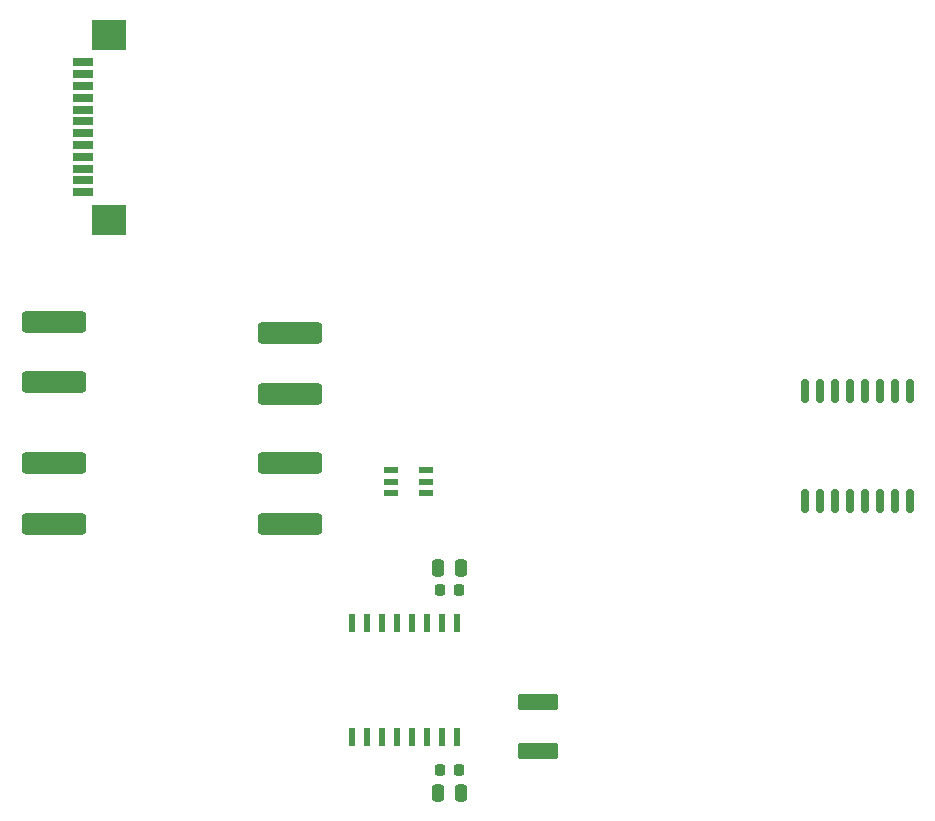
<source format=gbr>
%TF.GenerationSoftware,KiCad,Pcbnew,9.0.1*%
%TF.CreationDate,2025-05-24T14:12:46+03:00*%
%TF.ProjectId,PM-CPU_LLU,504d2d43-5055-45f4-9c4c-552e6b696361,rev?*%
%TF.SameCoordinates,Original*%
%TF.FileFunction,Paste,Top*%
%TF.FilePolarity,Positive*%
%FSLAX46Y46*%
G04 Gerber Fmt 4.6, Leading zero omitted, Abs format (unit mm)*
G04 Created by KiCad (PCBNEW 9.0.1) date 2025-05-24 14:12:46*
%MOMM*%
%LPD*%
G01*
G04 APERTURE LIST*
G04 Aperture macros list*
%AMRoundRect*
0 Rectangle with rounded corners*
0 $1 Rounding radius*
0 $2 $3 $4 $5 $6 $7 $8 $9 X,Y pos of 4 corners*
0 Add a 4 corners polygon primitive as box body*
4,1,4,$2,$3,$4,$5,$6,$7,$8,$9,$2,$3,0*
0 Add four circle primitives for the rounded corners*
1,1,$1+$1,$2,$3*
1,1,$1+$1,$4,$5*
1,1,$1+$1,$6,$7*
1,1,$1+$1,$8,$9*
0 Add four rect primitives between the rounded corners*
20,1,$1+$1,$2,$3,$4,$5,0*
20,1,$1+$1,$4,$5,$6,$7,0*
20,1,$1+$1,$6,$7,$8,$9,0*
20,1,$1+$1,$8,$9,$2,$3,0*%
G04 Aperture macros list end*
%ADD10R,1.181100X0.558800*%
%ADD11RoundRect,0.250000X2.450000X-0.650000X2.450000X0.650000X-2.450000X0.650000X-2.450000X-0.650000X0*%
%ADD12RoundRect,0.249999X1.450001X-0.450001X1.450001X0.450001X-1.450001X0.450001X-1.450001X-0.450001X0*%
%ADD13R,0.482600X1.549400*%
%ADD14R,1.803400X0.635000*%
%ADD15R,2.997200X2.590800*%
%ADD16RoundRect,0.250000X0.250000X0.475000X-0.250000X0.475000X-0.250000X-0.475000X0.250000X-0.475000X0*%
%ADD17RoundRect,0.225000X0.225000X0.250000X-0.225000X0.250000X-0.225000X-0.250000X0.225000X-0.250000X0*%
%ADD18RoundRect,0.150000X0.150000X-0.875000X0.150000X0.875000X-0.150000X0.875000X-0.150000X-0.875000X0*%
G04 APERTURE END LIST*
D10*
%TO.C,U7*%
X-4533150Y-20950001D03*
X-4533150Y-20000000D03*
X-4533150Y-19049999D03*
X-7466850Y-19049999D03*
X-7466850Y-20000000D03*
X-7466850Y-20950001D03*
%TD*%
D11*
%TO.C,C3*%
X-36000000Y-11550000D03*
X-36000000Y-6450000D03*
%TD*%
%TO.C,C6*%
X-36000000Y-23550000D03*
X-36000000Y-18450000D03*
%TD*%
D12*
%TO.C,C1*%
X5000000Y-42800000D03*
X5000000Y-38700000D03*
%TD*%
D13*
%TO.C,U4*%
X-1905000Y-32004000D03*
X-3175000Y-32004000D03*
X-4445000Y-32004000D03*
X-5715000Y-32004000D03*
X-6985000Y-32004000D03*
X-8255000Y-32004000D03*
X-9525000Y-32004000D03*
X-10795000Y-32004000D03*
X-10795000Y-41656000D03*
X-9525000Y-41656000D03*
X-8255000Y-41656000D03*
X-6985000Y-41656000D03*
X-5715000Y-41656000D03*
X-4445000Y-41656000D03*
X-3175000Y-41656000D03*
X-1905000Y-41656000D03*
%TD*%
D14*
%TO.C,J7*%
X-33556000Y4500008D03*
X-33556000Y5500006D03*
X-33556000Y6500004D03*
X-33556000Y7500002D03*
X-33556000Y8500000D03*
X-33556000Y9500000D03*
X-33556000Y10500000D03*
X-33556000Y11500000D03*
X-33556000Y12499998D03*
X-33556000Y13499996D03*
X-33556000Y14499994D03*
X-33556000Y15499992D03*
D15*
X-31385999Y2149997D03*
X-31385999Y17850003D03*
%TD*%
D16*
%TO.C,C10*%
X-1590000Y-46355000D03*
X-3490000Y-46355000D03*
%TD*%
%TO.C,C12*%
X-1590000Y-27305000D03*
X-3490000Y-27305000D03*
%TD*%
D17*
%TO.C,C9*%
X-1765000Y-44450000D03*
X-3315000Y-44450000D03*
%TD*%
D11*
%TO.C,C5*%
X-16000000Y-23550000D03*
X-16000000Y-18450000D03*
%TD*%
%TO.C,C2*%
X-16000000Y-12550000D03*
X-16000000Y-7450000D03*
%TD*%
D18*
%TO.C,U6*%
X27555000Y-21650000D03*
X28825000Y-21650000D03*
X30095000Y-21650000D03*
X31365000Y-21650000D03*
X32635000Y-21650000D03*
X33905000Y-21650000D03*
X35175000Y-21650000D03*
X36445000Y-21650000D03*
X36445000Y-12350000D03*
X35175000Y-12350000D03*
X33905000Y-12350000D03*
X32635000Y-12350000D03*
X31365000Y-12350000D03*
X30095000Y-12350000D03*
X28825000Y-12350000D03*
X27555000Y-12350000D03*
%TD*%
D17*
%TO.C,C11*%
X-1765000Y-29210000D03*
X-3315000Y-29210000D03*
%TD*%
M02*

</source>
